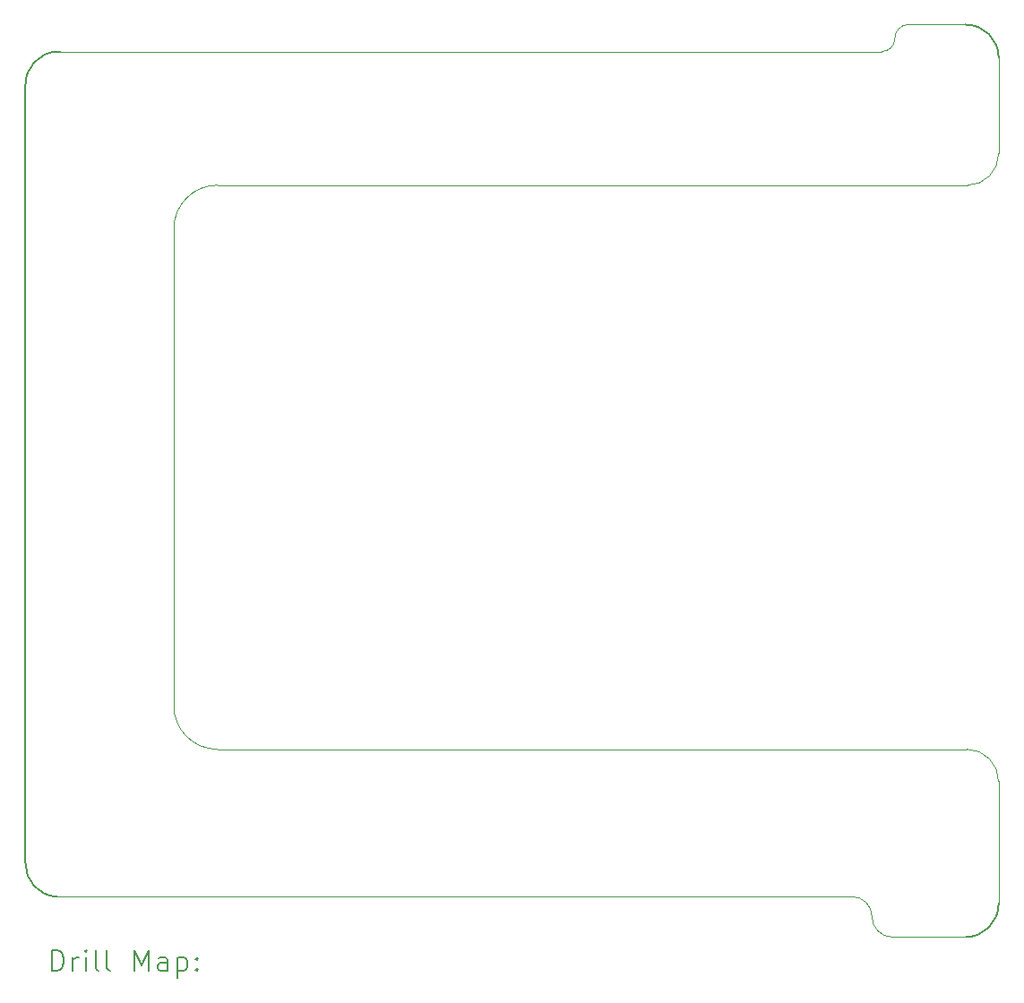
<source format=gbr>
%TF.GenerationSoftware,KiCad,Pcbnew,(6.0.7)*%
%TF.CreationDate,2022-08-16T23:53:45+08:00*%
%TF.ProjectId,adapter_board,61646170-7465-4725-9f62-6f6172642e6b,rev?*%
%TF.SameCoordinates,Original*%
%TF.FileFunction,Drillmap*%
%TF.FilePolarity,Positive*%
%FSLAX45Y45*%
G04 Gerber Fmt 4.5, Leading zero omitted, Abs format (unit mm)*
G04 Created by KiCad (PCBNEW (6.0.7)) date 2022-08-16 23:53:45*
%MOMM*%
%LPD*%
G01*
G04 APERTURE LIST*
%ADD10C,0.100000*%
%ADD11C,0.200000*%
G04 APERTURE END LIST*
D10*
X11337834Y-5223323D02*
X16323584Y-5223323D01*
X12821421Y-6486447D02*
X19907868Y-6487868D01*
D11*
X11309334Y-5223323D02*
X11337834Y-5223323D01*
D10*
X19903947Y-11820000D02*
X12820000Y-11820000D01*
D11*
X19891834Y-13595824D02*
G75*
G03*
X20204334Y-13278322I-2504J315004D01*
G01*
D10*
X12409289Y-11407868D02*
X12409289Y-6898579D01*
X19891834Y-13595822D02*
X19200000Y-13595822D01*
D11*
X11006828Y-12893322D02*
G75*
G03*
X11306835Y-13213322I310002J-9998D01*
G01*
D10*
X19350000Y-4968323D02*
G75*
G03*
X19223323Y-5100000I2500J-129177D01*
G01*
X20202920Y-12121789D02*
G75*
G03*
X19903947Y-11820000I-300380J1409D01*
G01*
D11*
X11309334Y-5223325D02*
G75*
G03*
X11006835Y-5548322I11246J-313745D01*
G01*
D10*
X19006678Y-13400000D02*
G75*
G03*
X19200000Y-13595822I194573J-1250D01*
G01*
X16323584Y-5223323D02*
X19100000Y-5223323D01*
X11306835Y-13213322D02*
X18820000Y-13213322D01*
D11*
X20204328Y-5278323D02*
G75*
G03*
X19889334Y-4968322I-312498J-2498D01*
G01*
D10*
X19889334Y-4968322D02*
X19350000Y-4968322D01*
X19907868Y-6487865D02*
G75*
G03*
X20204335Y-6187868I-1768J298235D01*
G01*
X19100000Y-5223323D02*
G75*
G03*
X19223323Y-5100000I0J123323D01*
G01*
X12821421Y-6486449D02*
G75*
G03*
X12409289Y-6898579I-1J-412131D01*
G01*
D11*
X11006835Y-12893322D02*
X11006835Y-5548323D01*
D10*
X12409290Y-11407868D02*
G75*
G03*
X12820000Y-11820000I411420J-712D01*
G01*
X19006678Y-13400000D02*
G75*
G03*
X18820000Y-13213322I-186678J0D01*
G01*
X20204334Y-13278322D02*
X20202913Y-12121789D01*
X20204335Y-5278322D02*
X20204335Y-6187868D01*
D11*
X11254252Y-13916299D02*
X11254252Y-13716299D01*
X11301871Y-13716299D01*
X11330443Y-13725822D01*
X11349490Y-13744870D01*
X11359014Y-13763918D01*
X11368538Y-13802013D01*
X11368538Y-13830584D01*
X11359014Y-13868680D01*
X11349490Y-13887727D01*
X11330443Y-13906775D01*
X11301871Y-13916299D01*
X11254252Y-13916299D01*
X11454252Y-13916299D02*
X11454252Y-13782965D01*
X11454252Y-13821060D02*
X11463776Y-13802013D01*
X11473300Y-13792489D01*
X11492348Y-13782965D01*
X11511395Y-13782965D01*
X11578062Y-13916299D02*
X11578062Y-13782965D01*
X11578062Y-13716299D02*
X11568538Y-13725822D01*
X11578062Y-13735346D01*
X11587586Y-13725822D01*
X11578062Y-13716299D01*
X11578062Y-13735346D01*
X11701871Y-13916299D02*
X11682824Y-13906775D01*
X11673300Y-13887727D01*
X11673300Y-13716299D01*
X11806633Y-13916299D02*
X11787586Y-13906775D01*
X11778062Y-13887727D01*
X11778062Y-13716299D01*
X12035205Y-13916299D02*
X12035205Y-13716299D01*
X12101871Y-13859156D01*
X12168538Y-13716299D01*
X12168538Y-13916299D01*
X12349490Y-13916299D02*
X12349490Y-13811537D01*
X12339967Y-13792489D01*
X12320919Y-13782965D01*
X12282824Y-13782965D01*
X12263776Y-13792489D01*
X12349490Y-13906775D02*
X12330443Y-13916299D01*
X12282824Y-13916299D01*
X12263776Y-13906775D01*
X12254252Y-13887727D01*
X12254252Y-13868680D01*
X12263776Y-13849632D01*
X12282824Y-13840108D01*
X12330443Y-13840108D01*
X12349490Y-13830584D01*
X12444729Y-13782965D02*
X12444729Y-13982965D01*
X12444729Y-13792489D02*
X12463776Y-13782965D01*
X12501871Y-13782965D01*
X12520919Y-13792489D01*
X12530443Y-13802013D01*
X12539967Y-13821060D01*
X12539967Y-13878203D01*
X12530443Y-13897251D01*
X12520919Y-13906775D01*
X12501871Y-13916299D01*
X12463776Y-13916299D01*
X12444729Y-13906775D01*
X12625681Y-13897251D02*
X12635205Y-13906775D01*
X12625681Y-13916299D01*
X12616157Y-13906775D01*
X12625681Y-13897251D01*
X12625681Y-13916299D01*
X12625681Y-13792489D02*
X12635205Y-13802013D01*
X12625681Y-13811537D01*
X12616157Y-13802013D01*
X12625681Y-13792489D01*
X12625681Y-13811537D01*
M02*

</source>
